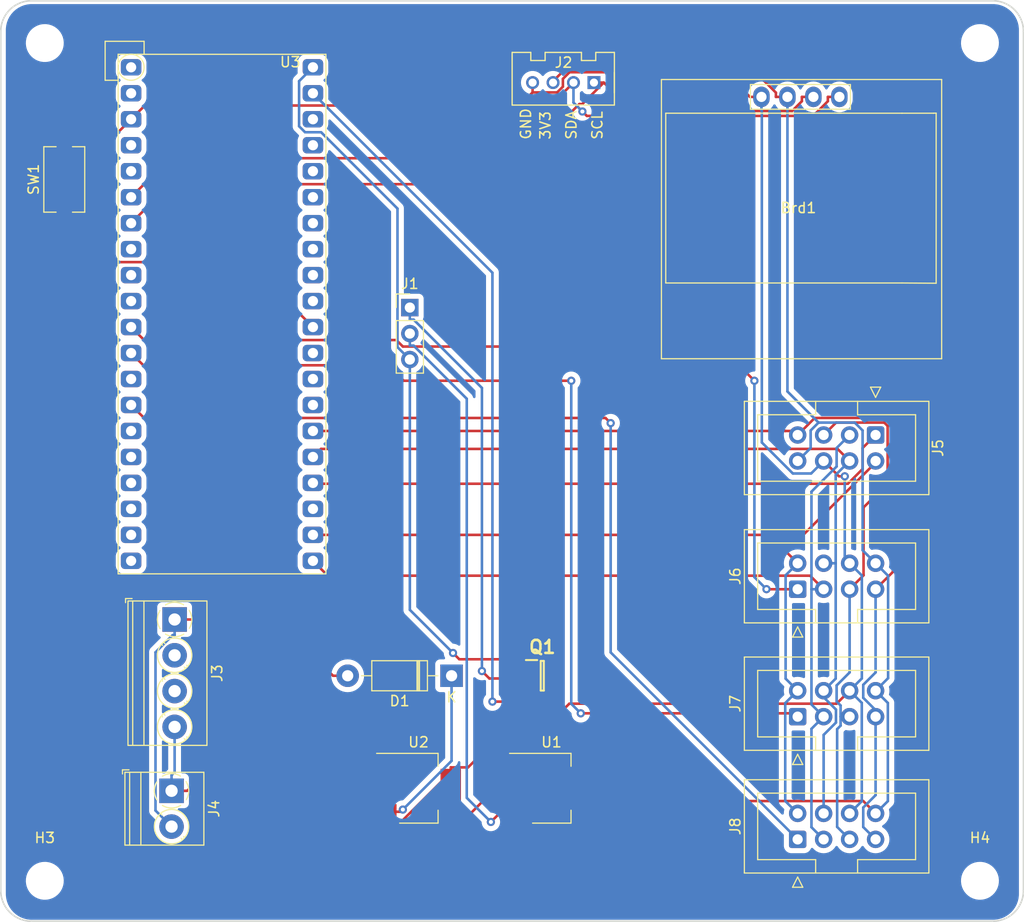
<source format=kicad_pcb>
(kicad_pcb (version 20221018) (generator pcbnew)
  (layers (0 "F.Cu" signal) (31 "B.Cu" signal) (34 "B.Paste" user) (35 "F.Paste" user) (36 "B.SilkS" user "B.Silkscreen") (37 "F.SilkS" user "F.Silkscreen") (38 "B.Mask" user) (39 "F.Mask" user) (44 "Edge.Cuts" user))
  (net 0 "")
  (net 1 "/GND")
  (net 2 "/3V3")
  (net 3 "/SCL")
  (net 4 "/SDA")
  (net 5 "/12V")
  (net 6 "/Pin")
  (net 7 "/5V")
  (net 8 "/5Vopt")
  (net 9 "/VBUS")
  (net 10 "/CS1")
  (net 11 "/SCK")
  (net 12 "/MOSI")
  (net 13 "/MISO")
  (net 14 "/IRQ")
  (net 15 "/RST")
  (net 16 "/CS2")
  (net 17 "/CS3")
  (net 18 "/CS4")
  (net 19 "/VSYS")
  (net 20 "Net-(U3-RUN)")
  (footprint "SSD1306:128x64OLED" (layer "F.Cu") (at 228 80)
    (fp_text reference "Brd1" (at 0 0.254) (layer "F.SilkS"))
    (fp_text value "SSD1306")
    (pad "1" thru_hole oval (at -3.62 -10.6 90) (size 2 1.6) (drill 1) (layers "*.Cu" "*.Mask") (net 1 "/GND"))
    (pad "2" thru_hole oval (at -1.08 -10.6 90) (size 2 1.6) (drill 1) (layers "*.Cu" "*.Mask") (net 2 "/3V3"))
    (pad "3" thru_hole oval (at 1.46 -10.6 90) (size 2 1.6) (drill 1) (layers "*.Cu" "*.Mask") (net 3 "/SCL"))
    (pad "4" thru_hole oval (at 4 -10.6 90) (size 2 1.6) (drill 1) (layers "*.Cu" "*.Mask") (net 4 "/SDA"))
  )
  (footprint "MountingHole:MountingHole_3.2mm_M3" (layer "F.Cu") (at 154.305 64.135)
    (fp_text reference "H1" hide)
    (fp_text value "MountingHole_3.2mm_M3" hide)
    (pad "" np_thru_hole circle (at 0 0) (size 3.2 3.2) (drill 3.2) (layers "*.Cu" "*.Mask"))
  )
  (footprint "MountingHole:MountingHole_3.2mm_M3" (layer "F.Cu") (at 245.745 146.05)
    (fp_text reference "H4" (at 0 -4.2) (layer "F.SilkS"))
    (fp_text value "MountingHole_3.2mm_M3" hide)
    (pad "" np_thru_hole circle (at 0 0) (size 3.2 3.2) (drill 3.2) (layers "*.Cu" "*.Mask"))
  )
  (footprint "Package_TO_SOT_SMD:SOT-223-3_TabPin2" (layer "F.Cu") (at 203.85 137)
    (fp_text reference "U1" (at 0 -4.5) (layer "F.SilkS"))
    (fp_text value "AMS1117-3.3")
    (pad "1" smd rect (at -3.15 -2.3) (size 2 1.5) (layers "F.Cu" "F.Paste" "F.Mask") (net 1 "/GND"))
    (pad "2" smd rect (at -3.15 0) (size 2 1.5) (layers "F.Cu" "F.Paste" "F.Mask") (net 2 "/3V3"))
    (pad "2" smd rect (at 3.15 0) (size 2 3.8) (layers "F.Cu" "F.Paste" "F.Mask") (net 2 "/3V3"))
    (pad "3" smd rect (at -3.15 2.3) (size 2 1.5) (layers "F.Cu" "F.Paste" "F.Mask") (net 8 "/5Vopt"))
  )
  (footprint "TerminalBlock_Phoenix:TerminalBlock_Phoenix_PT-1,5-2-3.5-H_1x02_P3.50mm_Horizontal" (layer "F.Cu") (at 166.7 137.25 -90)
    (fp_text reference "J4" (at 1.75 -4.16 90) (layer "F.SilkS"))
    (fp_text value "Screw_Terminal_01x02")
    (pad "1" thru_hole rect (at 0 0 270) (size 2.4 2.4) (drill 1.2) (layers "*.Cu" "*.Mask") (net 1 "/GND"))
    (pad "2" thru_hole circle (at 3.5 0 270) (size 2.4 2.4) (drill 1.2) (layers "*.Cu" "*.Mask") (net 6 "/Pin"))
  )
  (footprint "Package_TO_SOT_SMD:SOT-223-3_TabPin2" (layer "F.Cu") (at 190.85 137)
    (fp_text reference "U2" (at 0 -4.5) (layer "F.SilkS"))
    (fp_text value "AMS1117-5.0")
    (pad "1" smd rect (at -3.15 -2.3) (size 2 1.5) (layers "F.Cu" "F.Paste" "F.Mask") (net 1 "/GND"))
    (pad "2" smd rect (at -3.15 0) (size 2 1.5) (layers "F.Cu" "F.Paste" "F.Mask") (net 7 "/5V"))
    (pad "2" smd rect (at 3.15 0) (size 2 3.8) (layers "F.Cu" "F.Paste" "F.Mask") (net 7 "/5V"))
    (pad "3" smd rect (at -3.15 2.3) (size 2 1.5) (layers "F.Cu" "F.Paste" "F.Mask") (net 5 "/12V"))
  )
  (footprint "DMG2305UX-7:SOT96P240X110-3N" (layer "F.Cu") (at 202.95 126)
    (fp_text reference "Q1" (at 0 -2.81) (layer "F.SilkS") (effects (font (size 1.27 1.27) (thickness 0.254))))
    (fp_text value "DMG2305UX-7" hide)
    (pad "1" smd rect (at -1.05 -0.96 90) (size 0.65 1.1) (layers "F.Cu" "F.Paste" "F.Mask") (net 9 "/VBUS"))
    (pad "2" smd rect (at -1.05 0.96 90) (size 0.65 1.1) (layers "F.Cu" "F.Paste" "F.Mask") (net 19 "/VSYS"))
    (pad "3" smd rect (at 1.05 0 90) (size 0.65 1.1) (layers "F.Cu" "F.Paste" "F.Mask") (net 7 "/5V"))
  )
  (footprint "PicoNoSwd:RaspberryPico_TH_NoSWD" (layer "F.Cu") (at 162.745 66.505)
    (fp_text reference "U3" (at 15.5575 -0.508 -180) (layer "F.SilkS"))
    (fp_text value "Pico_RaspberryPico")
    (pad "1" thru_hole roundrect (at 0 0) (size 2 1.6) (drill 1) (layers "*.Cu" "*.Mask"))
    (pad "2" thru_hole roundrect (at 0 2.54) (size 2 1.6) (drill 1) (layers "*.Cu" "*.Mask"))
    (pad "3" thru_hole roundrect (at 0 5.08) (size 2 1.6) (drill 1) (layers "*.Cu" "*.Mask") (net 1 "/GND"))
    (pad "4" thru_hole roundrect (at 0 7.62) (size 2 1.6) (drill 1) (layers "*.Cu" "*.Mask"))
    (pad "5" thru_hole roundrect (at 0 10.16) (size 2 1.6) (drill 1) (layers "*.Cu" "*.Mask"))
    (pad "6" thru_hole roundrect (at 0 12.7) (size 2 1.6) (drill 1) (layers "*.Cu" "*.Mask") (net 4 "/SDA"))
    (pad "7" thru_hole roundrect (at 0 15.24) (size 2 1.6) (drill 1) (layers "*.Cu" "*.Mask") (net 3 "/SCL"))
    (pad "8" thru_hole roundrect (at 0 17.78) (size 2 1.6) (drill 1) (layers "*.Cu" "*.Mask"))
    (pad "9" thru_hole roundrect (at 0 20.32) (size 2 1.6) (drill 1) (layers "*.Cu" "*.Mask"))
    (pad "10" thru_hole roundrect (at 0 22.86) (size 2 1.6) (drill 1) (layers "*.Cu" "*.Mask"))
    (pad "11" thru_hole roundrect (at 0 25.4) (size 2 1.6) (drill 1) (layers "*.Cu" "*.Mask") (net 16 "/CS2"))
    (pad "12" thru_hole roundrect (at 0 27.94) (size 2 1.6) (drill 1) (layers "*.Cu" "*.Mask") (net 17 "/CS3"))
    (pad "13" thru_hole roundrect (at 0 30.48) (size 2 1.6) (drill 1) (layers "*.Cu" "*.Mask"))
    (pad "14" thru_hole roundrect (at 0 33.02) (size 2 1.6) (drill 1) (layers "*.Cu" "*.Mask") (net 18 "/CS4"))
    (pad "15" thru_hole roundrect (at 0 35.56) (size 2 1.6) (drill 1) (layers "*.Cu" "*.Mask"))
    (pad "16" thru_hole roundrect (at 0 38.1) (size 2 1.6) (drill 1) (layers "*.Cu" "*.Mask"))
    (pad "17" thru_hole roundrect (at 0 40.64) (size 2 1.6) (drill 1) (layers "*.Cu" "*.Mask"))
    (pad "18" thru_hole roundrect (at 0 43.18) (size 2 1.6) (drill 1) (layers "*.Cu" "*.Mask"))
    (pad "19" thru_hole roundrect (at 0 45.72) (size 2 1.6) (drill 1) (layers "*.Cu" "*.Mask"))
    (pad "20" thru_hole roundrect (at 0 48.26) (size 2 1.6) (drill 1) (layers "*.Cu" "*.Mask"))
    (pad "21" thru_hole roundrect (at 17.78 48.26) (size 2 1.6) (drill 1) (layers "*.Cu" "*.Mask") (net 12 "/MOSI"))
    (pad "22" thru_hole roundrect (at 17.78 45.72) (size 2 1.6) (drill 1) (layers "*.Cu" "*.Mask") (net 11 "/SCK"))
    (pad "23" thru_hole roundrect (at 17.78 43.18) (size 2 1.6) (drill 1) (layers "*.Cu" "*.Mask"))
    (pad "24" thru_hole roundrect (at 17.78 40.64) (size 2 1.6) (drill 1) (layers "*.Cu" "*.Mask") (net 10 "/CS1"))
    (pad "25" thru_hole roundrect (at 17.78 38.1) (size 2 1.6) (drill 1) (layers "*.Cu" "*.Mask") (net 13 "/MISO"))
    (pad "26" thru_hole roundrect (at 17.78 35.56) (size 2 1.6) (drill 1) (layers "*.Cu" "*.Mask") (net 15 "/RST"))
    (pad "27" thru_hole roundrect (at 17.78 33.02) (size 2 1.6) (drill 1) (layers "*.Cu" "*.Mask"))
    (pad "28" thru_hole roundrect (at 17.78 30.48) (size 2 1.6) (drill 1) (layers "*.Cu" "*.Mask"))
    (pad "29" thru_hole roundrect (at 17.78 27.94) (size 2 1.6) (drill 1) (layers "*.Cu" "*.Mask"))
    (pad "30" thru_hole roundrect (at 17.78 25.4) (size 2 1.6) (drill 1) (layers "*.Cu" "*.Mask") (net 20 "Net-(U3-RUN)"))
    (pad "31" thru_hole roundrect (at 17.78 22.86) (size 2 1.6) (drill 1) (layers "*.Cu" "*.Mask"))
    (pad "32" thru_hole roundrect (at 17.78 20.32) (size 2 1.6) (drill 1) (layers "*.Cu" "*.Mask"))
    (pad "33" thru_hole roundrect (at 17.78 17.78) (size 2 1.6) (drill 1) (layers "*.Cu" "*.Mask"))
    (pad "34" thru_hole roundrect (at 17.78 15.24) (size 2 1.6) (drill 1) (layers "*.Cu" "*.Mask"))
    (pad "35" thru_hole roundrect (at 17.78 12.7) (size 2 1.6) (drill 1) (layers "*.Cu" "*.Mask"))
    (pad "36" thru_hole roundrect (at 17.78 10.16) (size 2 1.6) (drill 1) (layers "*.Cu" "*.Mask"))
    (pad "37" thru_hole roundrect (at 17.78 7.62) (size 2 1.6) (drill 1) (layers "*.Cu" "*.Mask"))
    (pad "38" thru_hole roundrect (at 17.78 5.08) (size 2 1.6) (drill 1) (layers "*.Cu" "*.Mask"))
    (pad "39" thru_hole roundrect (at 17.78 2.54) (size 2 1.6) (drill 1) (layers "*.Cu" "*.Mask") (net 19 "/VSYS"))
    (pad "40" thru_hole roundrect (at 17.78 0) (size 2 1.6) (drill 1) (layers "*.Cu" "*.Mask") (net 9 "/VBUS"))
  )
  (footprint "Seed Grove etc:HW4-2.0" (layer "F.Cu") (at 205.0018 68 180)
    (fp_text reference "J2" (at -0.025 1.96) (layer "F.SilkS"))
    (fp_text value "Grove 2mm" hide)
    (pad "1" thru_hole rect (at -2.99974 0 180) (size 1.27 1.27) (drill 0.79756) (layers "*.Cu" "*.Mask") (net 3 "/SCL"))
    (pad "2" thru_hole circle (at -0.99822 0 180) (size 1.27 1.27) (drill 0.79756) (layers "*.Cu" "*.Mask") (net 4 "/SDA"))
    (pad "3" thru_hole circle (at 0.99822 0 180) (size 1.27 1.27) (drill 0.79756) (layers "*.Cu" "*.Mask") (net 2 "/3V3"))
    (pad "4" thru_hole circle (at 2.99974 0 180) (size 1.27 1.27) (drill 0.79756) (layers "*.Cu" "*.Mask") (net 1 "/GND"))
  )
  (footprint "Diode_THT:D_DO-41_SOD81_P10.16mm_Horizontal" (layer "F.Cu") (at 194.08 126 180)
    (fp_text reference "D1" (at 5.08 -2.47) (layer "F.SilkS"))
    (fp_text value "1N5819")
    (fp_text user "K" (at 0 -2.1) (layer "F.SilkS"))
    (pad "1" thru_hole rect (at 0 0 180) (size 2.2 2.2) (drill 1.1) (layers "*.Cu" "*.Mask") (net 5 "/12V"))
    (pad "2" thru_hole oval (at 10.16 0 180) (size 2.2 2.2) (drill 1.1) (layers "*.Cu" "*.Mask") (net 6 "/Pin"))
  )
  (footprint "TerminalBlock_Phoenix:TerminalBlock_Phoenix_PT-1,5-4-3.5-H_1x04_P3.50mm_Horizontal" (layer "F.Cu") (at 167 120.5 -90)
    (fp_text reference "J3" (at 5.25 -4.16 90) (layer "F.SilkS"))
    (fp_text value "Screw_Terminal_01x04")
    (pad "1" thru_hole rect (at 0 0 270) (size 2.4 2.4) (drill 1.2) (layers "*.Cu" "*.Mask") (net 6 "/Pin"))
    (pad "2" thru_hole circle (at 3.5 0 270) (size 2.4 2.4) (drill 1.2) (layers "*.Cu" "*.Mask"))
    (pad "3" thru_hole circle (at 7 0 270) (size 2.4 2.4) (drill 1.2) (layers "*.Cu" "*.Mask"))
    (pad "4" thru_hole circle (at 10.5 0 270) (size 2.4 2.4) (drill 1.2) (layers "*.Cu" "*.Mask") (net 1 "/GND"))
  )
  (footprint "Connector_IDC:IDC-Header_2x04_P2.54mm_Vertical" (layer "F.Cu") (at 235.54 102.46 -90)
    (fp_text reference "J5" (at 1.27 -6.1 90) (layer "F.SilkS"))
    (fp_text value "IDC1")
    (pad "1" thru_hole roundrect (at 0 0 270) (size 1.7 1.7) (drill 1) (layers "*.Cu" "*.Mask") (roundrect_rratio 0.147059) (net 10 "/CS1"))
    (pad "2" thru_hole circle (at 2.54 0 270) (size 1.7 1.7) (drill 1) (layers "*.Cu" "*.Mask") (net 11 "/SCK"))
    (pad "3" thru_hole circle (at 0 2.54 270) (size 1.7 1.7) (drill 1) (layers "*.Cu" "*.Mask") (net 12 "/MOSI"))
    (pad "4" thru_hole circle (at 2.54 2.54 270) (size 1.7 1.7) (drill 1) (layers "*.Cu" "*.Mask") (net 13 "/MISO"))
    (pad "5" thru_hole circle (at 0 5.08 270) (size 1.7 1.7) (drill 1) (layers "*.Cu" "*.Mask") (net 14 "/IRQ"))
    (pad "6" thru_hole circle (at 2.54 5.08 270) (size 1.7 1.7) (drill 1) (layers "*.Cu" "*.Mask") (net 1 "/GND"))
    (pad "7" thru_hole circle (at 0 7.62 270) (size 1.7 1.7) (drill 1) (layers "*.Cu" "*.Mask") (net 15 "/RST"))
    (pad "8" thru_hole circle (at 2.54 7.62 270) (size 1.7 1.7) (drill 1) (layers "*.Cu" "*.Mask") (net 2 "/3V3"))
  )
  (footprint "Connector_IDC:IDC-Header_2x04_P2.54mm_Vertical" (layer "F.Cu") (at 227.92 117.54 90)
    (fp_text reference "J6" (at 1.27 -6.1 90) (layer "F.SilkS"))
    (fp_text value "IDC1")
    (pad "1" thru_hole roundrect (at 0 0 90) (size 1.7 1.7) (drill 1) (layers "*.Cu" "*.Mask") (roundrect_rratio 0.147059) (net 16 "/CS2"))
    (pad "2" thru_hole circle (at 2.54 0 90) (size 1.7 1.7) (drill 1) (layers "*.Cu" "*.Mask") (net 11 "/SCK"))
    (pad "3" thru_hole circle (at 0 2.54 90) (size 1.7 1.7) (drill 1) (layers "*.Cu" "*.Mask") (net 12 "/MOSI"))
    (pad "4" thru_hole circle (at 2.54 2.54 90) (size 1.7 1.7) (drill 1) (layers "*.Cu" "*.Mask") (net 13 "/MISO"))
    (pad "5" thru_hole circle (at 0 5.08 90) (size 1.7 1.7) (drill 1) (layers "*.Cu" "*.Mask") (net 14 "/IRQ"))
    (pad "6" thru_hole circle (at 2.54 5.08 90) (size 1.7 1.7) (drill 1) (layers "*.Cu" "*.Mask") (net 1 "/GND"))
    (pad "7" thru_hole circle (at 0 7.62 90) (size 1.7 1.7) (drill 1) (layers "*.Cu" "*.Mask") (net 15 "/RST"))
    (pad "8" thru_hole circle (at 2.54 7.62 90) (size 1.7 1.7) (drill 1) (layers "*.Cu" "*.Mask") (net 2 "/3V3"))
  )
  (footprint "MountingHole:MountingHole_3.2mm_M3" (layer "F.Cu") (at 245.745 64.135)
    (fp_text reference "H2" hide)
    (fp_text value "MountingHole_3.2mm_M3" hide)
    (pad "" np_thru_hole circle (at 0 0) (size 3.2 3.2) (drill 3.2) (layers "*.Cu" "*.Mask"))
  )
  (footprint "MountingHole:MountingHole_3.2mm_M3" (layer "F.Cu") (at 154.305 146.05)
    (fp_text reference "H3" (at 0 -4.2) (layer "F.SilkS"))
    (fp_text value "MountingHole_3.2mm_M3" hide)
    (pad "" np_thru_hole circle (at 0 0) (size 3.2 3.2) (drill 3.2) (layers "*.Cu" "*.Mask"))
  )
  (footprint "Connector_IDC:IDC-Header_2x04_P2.54mm_Vertical" (layer "F.Cu") (at 227.92 130 90)
    (fp_text reference "J7" (at 1.27 -6.1 90) (layer "F.SilkS"))
    (fp_text value "IDC1")
    (pad "1" thru_hole roundrect (at 0 0 90) (size 1.7 1.7) (drill 1) (layers "*.Cu" "*.Mask") (roundrect_rratio 0.147059) (net 17 "/CS3"))
    (pad "2" thru_hole circle (at 2.54 0 90) (size 1.7 1.7) (drill 1) (layers "*.Cu" "*.Mask") (net 11 "/SCK"))
    (pad "3" thru_hole circle (at 0 2.54 90) (size 1.7 1.7) (drill 1) (layers "*.Cu" "*.Mask") (net 12 "/MOSI"))
    (pad "4" thru_hole circle (at 2.54 2.54 90) (size 1.7 1.7) (drill 1) (layers "*.Cu" "*.Mask") (net 13 "/MISO"))
    (pad "5" thru_hole circle (at 0 5.08 90) (size 1.7 1.7) (drill 1) (layers "*.Cu" "*.Mask") (net 14 "/IRQ"))
    (pad "6" thru_hole circle (at 2.54 5.08 90) (size 1.7 1.7) (drill 1) (layers "*.Cu" "*.Mask") (net 1 "/GND"))
    (pad "7" thru_hole circle (at 0 7.62 90) (size 1.7 1.7) (drill 1) (layers "*.Cu" "*.Mask") (net 15 "/RST"))
    (pad "8" thru_hole circle (at 2.54 7.62 90) (size 1.7 1.7) (drill 1) (layers "*.Cu" "*.Mask") (net 2 "/3V3"))
  )
  (footprint "Button_Switch_SMD:SW_Tactile_SPST_NO_Straight_CK_PTS636Sx25SMTRLFS" (layer "F.Cu") (at 156.21 77.47 90)
    (fp_text reference "SW1" (at 0 -3 90 unlocked) (layer "F.SilkS"))
    (fp_text value "SW_Push")
    (pad "1" smd rect (at -3.875 0 90) (size 1.25 1) (layers "F.Cu" "F.Paste" "F.Mask") (net 1 "/GND"))
    (pad "2" smd rect (at 3.875 0 90) (size 1.25 1) (layers "F.Cu" "F.Paste" "F.Mask") (net 20 "Net-(U3-RUN)"))
  )
  (footprint "Connector_PinHeader_2.54mm:PinHeader_1x03_P2.54mm_Vertical" (layer "F.Cu") (at 190 90)
    (fp_text reference "J1" (at 0 -2.33) (layer "F.SilkS"))
    (fp_text value "5V sel")
    (pad "1" thru_hole rect (at 0 0) (size 1.7 1.7) (drill 1) (layers "*.Cu" "*.Mask") (net 7 "/5V"))
    (pad "2" thru_hole oval (at 0 2.54) (size 1.7 1.7) (drill 1) (layers "*.Cu" "*.Mask") (net 8 "/5Vopt"))
    (pad "3" thru_hole oval (at 0 5.08) (size 1.7 1.7) (drill 1) (layers "*.Cu" "*.Mask") (net 9 "/VBUS"))
  )
  (footprint "Connector_IDC:IDC-Header_2x04_P2.54mm_Vertical" (layer "F.Cu") (at 227.92 142 90)
    (fp_text reference "J8" (at 1.27 -6.1 90) (layer "F.SilkS"))
    (fp_text value "IDC1")
    (pad "1" thru_hole roundrect (at 0 0 90) (size 1.7 1.7) (drill 1) (layers "*.Cu" "*.Mask") (roundrect_rratio 0.147059) (net 18 "/CS4"))
    (pad "2" thru_hole circle (at 2.54 0 90) (size 1.7 1.7) (drill 1) (layers "*.Cu" "*.Mask") (net 11 "/SCK"))
    (pad "3" thru_hole circle (at 0 2.54 90) (size 1.7 1.7) (drill 1) (layers "*.Cu" "*.Mask") (net 12 "/MOSI"))
    (pad "4" thru_hole circle (at 2.54 2.54 90) (size 1.7 1.7) (drill 1) (layers "*.Cu" "*.Mask") (net 13 "/MISO"))
    (pad "5" thru_hole circle (at 0 5.08 90) (size 1.7 1.7) (drill 1) (layers "*.Cu" "*.Mask") (net 14 "/IRQ"))
    (pad "6" thru_hole circle (at 2.54 5.08 90) (size 1.7 1.7) (drill 1) (layers "*.Cu" "*.Mask") (net 1 "/GND"))
    (pad "7" thru_hole circle (at 0 7.62 90) (size 1.7 1.7) (drill 1) (layers "*.Cu" "*.Mask") (net 15 "/RST"))
    (pad "8" thru_hole circle (at 2.54 7.62 90) (size 1.7 1.7) (drill 1) (layers "*.Cu" "*.Mask") (net 2 "/3V3"))
  )
  (gr_line (start 250 63) (end 250 147) (stroke (width 0.15)) (layer "Edge.Cuts"))
  (gr_arc (start 153 150) (mid 150.87868 149.12132) (end 150 147) (stroke (width 0.15)) (layer "Edge.Cuts"))
  (gr_arc (start 250 147) (mid 249.12132 149.12132) (end 247 150) (stroke (width 0.15)) (layer "Edge.Cuts"))
  (gr_arc (start 150 63) (mid 150.87868 60.87868) (end 153 60) (stroke (width 0.15)) (layer "Edge.Cuts"))
  (gr_line (start 247 60) (end 153 60) (stroke (width 0.15)) (layer "Edge.Cuts"))
  (gr_arc (start 247 60) (mid 249.12132 60.87868) (end 250 63) (stroke (width 0.15)) (layer "Edge.Cuts"))
  (gr_line (start 150 63) (end 150 147) (stroke (width 0.15)) (layer "Edge.Cuts"))
  (gr_line (start 247 150) (end 153 150) (stroke (width 0.15)) (layer "Edge.Cuts"))
  (gr_text "SCL" (at 208.915 73.66 90) (layer "F.SilkS") (effects (font (size 1 1)) (justify left bottom)))
  (gr_text "SDA" (at 206.375 73.66 90) (layer "F.SilkS") (effects (font (size 1 1)) (justify left bottom)))
  (gr_text "3V3" (at 203.835 73.66 90) (layer "F.SilkS") (effects (font (size 1 1)) (justify left bottom)))
  (gr_text "GND" (at 201.93 73.66 90) (layer "F.SilkS") (effects (font (size 1 1)) (justify left bottom)))
  (segment (start 205.6157 66.9859) (end 220.839 66.9859) (width 0.25) (layer "F.Cu") (net 1))
  (segment (start 185.8447 134.7) (end 176.9058 134.7) (width 0.25) (layer "F.Cu") (net 1))
  (segment (start 156.21 78.12) (end 162.745 71.585) (width 0.25) (layer "F.Cu") (net 1))
  (segment (start 204.4021 68.9619) (end 204.9655 68.3985) (width 0.25) (layer "F.Cu") (net 1))
  (segment (start 230.46 105) (end 231.958 106.498) (width 0.25) (layer "F.Cu") (net 1))
  (segment (start 185.9027 140.3561) (end 186.3755 140.8289) (width 0.25) (layer "F.Cu") (net 1))
  (segment (start 200.7207 70.2433) (end 202.0021 68.9619) (width 0.25) (layer "F.Cu") (net 1))
  (segment (start 185.9027 134.7) (end 185.8447 134.7) (width 0.25) (layer "F.Cu") (net 1))
  (segment (start 176.9058 134.7) (end 170.8286 134.7) (width 0.25) (layer "F.Cu") (net 1))
  (segment (start 231.73 128.73) (end 233 127.46) (width 0.25) (layer "F.Cu") (net 1))
  (segment (start 164.0867 70.2433) (end 200.7207 70.2433) (width 0.25) (layer "F.Cu") (net 1))
  (segment (start 170.7769 134.7) (end 168.2269 137.25) (width 0.25) (layer "F.Cu") (net 1))
  (segment (start 205.5931 128.73) (end 231.73 128.73) (width 0.25) (layer "F.Cu") (net 1))
  (segment (start 220.839 66.9859) (end 223.2531 69.4) (width 0.25) (layer "F.Cu") (net 1))
  (segment (start 187.7 134.7) (end 185.9027 134.7) (width 0.25) (layer "F.Cu") (net 1))
  (segment (start 202.0021 68.9619) (end 204.4021 68.9619) (width 0.25) (layer "F.Cu") (net 1))
  (segment (start 170.8286 134.7) (end 170.7769 134.7) (width 0.25) (layer "F.Cu") (net 1))
  (segment (start 185.9027 134.7) (end 185.9027 140.3561) (width 0.25) (layer "F.Cu") (net 1))
  (segment (start 231.958 106.498) (end 232.5257 106.498) (width 0.25) (layer "F.Cu") (net 1))
  (segment (start 200.7 133.6231) (end 205.5931 128.73) (width 0.25) (layer "F.Cu") (net 1))
  (segment (start 200.7 134.7) (end 200.7 133.6231) (width 0.25) (layer "F.Cu") (net 1))
  (segment (start 186.3755 140.8289) (end 194.5711 140.8289) (width 0.25) (layer "F.Cu") (net 1))
  (segment (start 202.0021 68) (end 202.0021 68.9619) (width 0.25) (layer "F.Cu") (net 1))
  (segment (start 224.38 69.4) (end 223.2531 69.4) (width 0.25) (layer "F.Cu") (net 1))
  (segment (start 204.9655 68.3985) (end 204.9655 67.6361) (width 0.25) (layer "F.Cu") (net 1))
  (segment (start 194.5711 140.8289) (end 200.7 134.7) (width 0.25) (layer "F.Cu") (net 1))
  (segment (start 232.5257 106.498) (end 232.5269 106.4992) (width 0.25) (layer "F.Cu") (net 1))
  (segment (start 156.21 81.345) (end 156.21 78.12) (width 0.25) (layer "F.Cu") (net 1))
  (segment (start 166.7 137.25) (end 168.1135 137.25) (width 0.25) (layer "F.Cu") (net 1))
  (segment (start 204.9655 67.6361) (end 205.6157 66.9859) (width 0.25) (layer "F.Cu") (net 1))
  (segment (start 162.745 71.585) (end 164.0867 70.2433) (width 0.25) (layer "F.Cu") (net 1))
  (segment (start 168.1135 137.25) (end 168.2269 137.25) (width 0.25) (layer "F.Cu") (net 1))
  (via (at 232.5269 106.4992) (size 0.8) (drill 0.4) (layers "F.Cu" "B.Cu") (net 1))
  (segment (start 230.46 105) (end 229.239 106.221) (width 0.25) (layer "B.Cu") (net 1))
  (segment (start 234.1906 128.6528) (end 234.1906 138.2694) (width 0.25) (layer "B.Cu") (net 1))
  (segment (start 224.38 69.4) (end 224.38 70.7269) (width 0.25) (layer "B.Cu") (net 1))
  (segment (start 227.4491 106.221) (end 224.4165 103.1884) (width 0.25) (layer "B.Cu") (net 1))
  (segment (start 232.5257 106.498) (end 232.5269 106.4992) (width 0.25) (layer "B.Cu") (net 1))
  (segment (start 234.1906 138.2694) (end 233 139.46) (width 0.25) (layer "B.Cu") (net 1))
  (segment (start 167 135.4231) (end 167 131) (width 0.25) (layer "B.Cu") (net 1))
  (segment (start 232.5257 106.498) (end 232.5257 114.5257) (width 0.25) (layer "B.Cu") (net 1))
  (segment (start 224.4165 70.7634) (end 224.38 70.7269) (width 0.25) (layer "B.Cu") (net 1))
  (segment (start 166.7 135.7231) (end 167 135.4231) (width 0.25) (layer "B.Cu") (net 1))
  (segment (start 234.1958 116.1958) (end 233 115) (width 0.25) (layer "B.Cu") (net 1))
  (segment (start 166.7 137.25) (end 166.7 135.7231) (width 0.25) (layer "B.Cu") (net 1))
  (segment (start 233 127.4622) (end 234.1906 128.6528) (width 0.25) (layer "B.Cu") (net 1))
  (segment (start 229.239 106.221) (end 227.4491 106.221) (width 0.25) (layer "B.Cu") (net 1))
  (segment (start 233 127.46) (end 233 127.4622) (width 0.25) (layer "B.Cu") (net 1))
  (segment (start 224.4165 103.1884) (end 224.4165 70.7634) (width 0.25) (layer "B.Cu") (net 1))
  (segment (start 232.5257 114.5257) (end 233 115) (width 0.25) (layer "B.Cu") (net 1))
  (segment (start 234.1958 126.2642) (end 234.1958 116.1958) (width 0.25) (layer "B.Cu") (net 1))
  (segment (start 233 127.46) (end 234.1958 126.2642) (width 0.25) (layer "B.Cu") (net 1))
  (segment (start 234.3326 138.2526) (end 209.3012 138.2526) (width 0.25) (layer "F.Cu") (net 2))
  (segment (start 223.344 66.534) (end 205.3372 66.534) (width 0.25) (layer "F.Cu") (net 2))
  (segment (start 225.7931 68.9831) (end 223.344 66.534) (width 0.25) (layer "F.Cu") (net 2))
  (segment (start 207 137) (end 207 134.7731) (width 0.25) (layer "F.Cu") (net 2))
  (segment (start 204.0036 67.8676) (end 204.0036 68) (width 0.25) (layer "F.Cu") (net 2))
  (segment (start 226.92 69.4) (end 225.7931 69.4) (width 0.25) (layer "F.Cu") (net 2))
  (segment (start 202.9269 134.7731) (end 207 134.7731) (width 0.25) (layer "F.Cu") (net 2))
  (segment (start 235.54 139.46) (end 234.3326 138.2526) (width 0.25) (layer "F.Cu") (net 2))
  (segment (start 201.7769 135.9231) (end 202.9269 134.7731) (width 0.25) (layer "F.Cu") (net 2))
  (segment (start 208.3269 139.2269) (end 207 139.2269) (width 0.25) (layer "F.Cu") (net 2))
  (segment (start 205.3372 66.534) (end 204.0036 67.8676) (width 0.25) (layer "F.Cu") (net 2))
  (segment (start 225.7931 69.4) (end 225.7931 68.9831) (width 0.25) (layer "F.Cu") (net 2))
  (segment (start 200.7 135.9231) (end 201.7769 135.9231) (width 0.25) (layer "F.Cu") (net 2))
  (segment (start 207 137) (end 207 139.2269) (width 0.25) (layer "F.Cu") (net 2))
  (segment (start 200.7 137) (end 200.7 135.9231) (width 0.25) (layer "F.Cu") (net 2))
  (segment (start 209.3012 138.2526) (end 208.3269 139.2269) (width 0.25) (layer "F.Cu") (net 2))
  (segment (start 235.54 139.46) (end 236.7399 138.2601) (width 0.25) (layer "B.Cu") (net 2))
  (segment (start 236.7399 138.2601) (end 236.7399 128.6599) (width 0.25) (layer "B.Cu") (net 2))
  (segment (start 234.7219 114.1819) (end 234.7219 114.1797) (width 0.25) (layer "B.Cu") (net 2))
  (segment (start 234.2715 105.7802) (end 234.27 105.7787) (width 0.25) (layer "B.Cu") (net 2))
  (segment (start 234.27 102.0152) (end 233.4995 101.2447) (width 0.25) (layer "B.Cu") (net 2))
  (segment (start 234.7219 114.1797) (end 234.2715 113.7293) (width 0.25) (layer "B.Cu") (net 2))
  (segment (start 229.1902 102.0171) (end 229.1902 103.7298) (width 0.25) (layer "B.Cu") (net 2))
  (segment (start 236.7646 126.2354) (end 235.54 127.46) (width 0.25) (layer "B.Cu") (net 2))
  (segment (start 233.4995 101.2447) (end 229.9626 101.2447) (width 0.25) (layer "B.Cu") (net 2))
  (segment (start 229.9626 101.2447) (end 229.1902 102.0171) (width 0.25) (layer "B.Cu") (net 2))
  (segment (start 234.2715 113.7293) (end 234.2715 105.7802) (width 0.25) (layer "B.Cu") (net 2))
  (segment (start 226.92 98.2021) (end 229.9626 101.2447) (width 0.25) (layer "B.Cu") (net 2))
  (segment (start 236.7646 116.2246) (end 236.7646 126.2354) (width 0.25) (layer "B.Cu") (net 2))
  (segment (start 234.27 105.7787) (end 234.27 102.0152) (width 0.25) (layer "B.Cu") (net 2))
  (segment (start 235.54 115) (end 236.7646 116.2246) (width 0.25) (layer "B.Cu") (net 2))
  (segment (start 236.7399 128.6599) (end 235.54 127.46) (width 0.25) (layer "B.Cu") (net 2))
  (segment (start 235.54 115) (end 234.7219 114.1819) (width 0.25) (layer "B.Cu") (net 2))
  (segment (start 229.1902 103.7298) (end 227.92 105) (width 0.25) (layer "B.Cu") (net 2))
  (segment (start 226.92 69.4) (end 226.92 98.2021) (width 0.25) (layer "B.Cu") (net 2))
  (segment (start 228.3331 69.4) (end 228.3331 69.8226) (width 0.25) (layer "F.Cu") (net 3))
  (segment (start 208.9634 68) (end 206.8634 70.1) (width 0.25) (layer "F.Cu") (net 3))
  (segment (start 227.3873 70.7684) (end 211.7318 70.7684) (width 0.25) (layer "F.Cu") (net 3))
  (segment (start 198.7354 77.935) (end 166.555 77.935) (width 0.25) (layer "F.Cu") (net 3))
  (segment (start 229.46 69.4) (end 228.3331 69.4) (width 0.25) (layer "F.Cu") (net 3))
  (segment (start 206.8634 70.1) (end 206.5704 70.1) (width 0.25) (layer "F.Cu") (net 3))
  (segment (start 228.3331 69.8226) (end 227.3873 70.7684) (width 0.25) (layer "F.Cu") (net 3))
  (segment (start 208.0015 68) (end 208.9634 68) (width 0.25) (layer "F.Cu") (net 3))
  (segment (start 211.7318 70.7684) (end 208.9634 68) (width 0.25) (layer "F.Cu") (net 3))
  (segment (start 206.5704 70.1) (end 198.7354 77.935) (width 0.25) (layer "F.Cu") (net 3))
  (segment (start 166.555 77.935) (end 162.745 81.745) (width 0.25) (layer "F.Cu") (net 3))
  (segment (start 232 69.4) (end 230.8731 69.4) (width 0.25) (layer "F.Cu") (net 4))
  (segment (start 207.3024 71.2579) (end 206.8714 70.8269) (width 0.25) (layer "F.Cu") (net 4))
  (segment (start 230.8731 69.8226) (end 229.4378 71.2579) (width 0.25) (layer "F.Cu") (net 4))
  (segment (start 206 68.0031) (end 198.9277 75.0754) (width 0.25) (layer "F.Cu") (net 4))
  (segment (start 198.0241 75.3935) (end 185.2823 75.3935) (width 0.25) (layer "F.Cu") (net 4))
  (segment (start 198.9277 75.0754) (end 198.7954 74.9431) (width 0.25) (layer "F.Cu") (net 4))
  (segment (start 185.2808 75.395) (end 166.555 75.395) (width 0.25) (layer "F.Cu") (net 4))
  (segment (start 198.0241 75.3399) (end 198.0241 75.3935) (width 0.25) (layer "F.Cu") (net 4))
  (segment (start 230.8731 69.4) (end 230.8731 69.8226) (width 0.25) (layer "F.Cu") (net 4))
  (segment (start 198.7954 74.9431) (end 198.4209 74.9431) (width 0.25) (layer "F.Cu") (net 4))
  (segment (start 206 68) (end 206 68.0031) (width 0.25) (layer "F.Cu") (net 4))
  (segment (start 185.2823 75.3935) (end 185.2808 75.395) (width 0.25) (layer "F.Cu") (net 4))
  (segment (start 229.4378 71.2579) (end 207.3024 71.2579) (width 0.25) (layer "F.Cu") (net 4))
  (segment (start 166.555 75.395) (end 162.745 79.205) (width 0.25) (layer "F.Cu") (net 4))
  (segment (start 198.4209 74.9431) (end 198.0241 75.3399) (width 0.25) (layer "F.Cu") (net 4))
  (via (at 206.8714 70.8269) (size 0.8) (drill 0.4) (layers "F.Cu" "B.Cu") (net 4))
  (segment (start 206.8714 70.8269) (end 206 69.9555) (width 0.25) (layer "B.Cu") (net 4))
  (segment (start 206 69.9555) (end 206 68) (width 0.25) (layer "B.Cu") (net 4))
  (segment (start 187.7 139.3) (end 189.0269 139.3) (width 0.25) (layer "F.Cu") (net 5))
  (segment (start 189.3154 139.0865) (end 189.2404 139.0865) (width 0.25) (layer "F.Cu") (net 5))
  (segment (start 189.2404 139.0865) (end 189.0269 139.3) (width 0.25) (layer "F.Cu") (net 5))
  (via (at 189.3154 139.0865) (size 0.8) (drill 0.4) (layers "F.Cu" "B.Cu") (net 5))
  (segment (start 194.08 126) (end 194.08 134.3219) (width 0.25) (layer "B.Cu") (net 5))
  (segment (start 194.08 134.3219) (end 189.3154 139.0865) (width 0.25) (layer "B.Cu") (net 5))
  (segment (start 176.9931 120.5) (end 182.4931 126) (width 0.25) (layer "F.Cu") (net 6))
  (segment (start 183.92 126) (end 182.4931 126) (width 0.25) (layer "F.Cu") (net 6))
  (segment (start 167 120.5) (end 176.9931 120.5) (width 0.25) (layer "F.Cu") (net 6))
  (segment (start 166.8091 122.0269) (end 167 122.0269) (width 0.25) (layer "B.Cu") (net 6))
  (segment (start 165.1301 139.1801) (end 165.1301 123.7059) (width 0.25) (layer "B.Cu") (net 6))
  (segment (start 165.1301 123.7059) (end 166.8091 122.0269) (width 0.25) (layer "B.Cu") (net 6))
  (segment (start 166.7 140.75) (end 165.1301 139.1801) (width 0.25) (layer "B.Cu") (net 6))
  (segment (start 167 120.5) (end 167 122.0269) (width 0.25) (layer "B.Cu") (net 6))
  (segment (start 197.7741 126.2674) (end 197.0478 125.5411) (width 0.25) (layer "F.Cu") (net 7))
  (segment (start 194 134.9603) (end 194 135.4299) (width 0.25) (layer "F.Cu") (net 7))
  (segment (start 194 137) (end 194 135.85) (width 0.25) (layer "F.Cu") (net 7))
  (segment (start 195.6916 134.9603) (end 204 126.6519) (width 0.25) (layer "F.Cu") (net 7))
  (segment (start 204 126) (end 204 126.2674) (width 0.25) (layer "F.Cu") (net 7))
  (segment (start 204 126.2674) (end 197.7741 126.2674) (width 0.25) (layer "F.Cu") (net 7))
  (segment (start 189.053 140.3769) (end 186.5645 140.3769) (width 0.25) (layer "F.Cu") (net 7))
  (segment (start 186.373 140.1854) (end 186.373 138.327) (width 0.25) (layer "F.Cu") (net 7))
  (segment (start 186.5645 140.3769) (end 186.373 140.1854) (width 0.25) (layer "F.Cu") (net 7))
  (segment (start 194 134.9603) (end 195.6916 134.9603) (width 0.25) (layer "F.Cu") (net 7))
  (segment (start 194 135.4299) (end 189.053 140.3769) (width 0.25) (layer "F.Cu") (net 7))
  (segment (start 186.6231 138.0769) (end 187.7 138.0769) (width 0.25) (layer "F.Cu") (net 7))
  (segment (start 186.373 138.327) (end 186.6231 138.0769) (width 0.25) (layer "F.Cu") (net 7))
  (segment (start 194 135.85) (end 194 134.9603) (width 0.25) (layer "F.Cu") (net 7))
  (segment (start 204 126.2674) (end 204 126.6519) (width 0.25) (layer "F.Cu") (net 7))
  (segment (start 187.7 137) (end 187.7 138.0769) (width 0.25) (layer "F.Cu") (net 7))
  (via (at 197.0478 125.5411) (size 0.8) (drill 0.4) (layers "F.Cu" "B.Cu") (net 7))
  (segment (start 197.0478 97.8569) (end 190.3678 91.1769) (width 0.25) (layer "B.Cu") (net 7))
  (segment (start 190 90) (end 190 91.1769) (width 0.25) (layer "B.Cu") (net 7))
  (segment (start 197.0478 125.5411) (end 197.0478 97.8569) (width 0.25) (layer "B.Cu") (net 7))
  (segment (start 190.3678 91.1769) (end 190 91.1769) (width 0.25) (layer "B.Cu") (net 7))
  (segment (start 200.7 139.3) (end 198.9189 139.3) (width 0.25) (layer "F.Cu") (net 8))
  (segment (start 198.9189 139.3) (end 197.9234 140.2955) (width 0.25) (layer "F.Cu") (net 8))
  (via (at 197.9234 140.2955) (size 0.8) (drill 0.4) (layers "F.Cu" "B.Cu") (net 8))
  (segment (start 195.5655 137.9376) (end 197.9234 140.2955) (width 0.25) (layer "B.Cu") (net 8))
  (segment (start 190.3658 93.7169) (end 195.5655 98.9166) (width 0.25) (layer "B.Cu") (net 8))
  (segment (start 195.5655 98.9166) (end 195.5655 137.9376) (width 0.25) (layer "B.Cu") (net 8))
  (segment (start 190 93.7169) (end 190.3658 93.7169) (width 0.25) (layer "B.Cu") (net 8))
  (segment (start 190 92.54) (end 190 93.7169) (width 0.25) (layer "B.Cu") (net 8))
  (segment (start 201.9 125.04) (end 201.9 124.3881) (width 0.25) (layer "F.Cu") (net 9))
  (segment (start 194.8343 124.3881) (end 194.2199 123.7737) (width 0.25) (layer "F.Cu") (net 9))
  (segment (start 201.9 124.3881) (end 194.8343 124.3881) (width 0.25) (layer "F.Cu") (net 9))
  (via (at 194.2199 123.7737) (size 0.8) (drill 0.4) (layers "F.Cu" "B.Cu") (net 9))
  (segment (start 179.17 67.86) (end 179.17 72.2704) (width 0.25) (layer "B.Cu") (net 9))
  (segment (start 180.525 66.505) (end 179.17 67.86) (width 0.25) (layer "B.Cu") (net 9))
  (segment (start 179.17 72.2704) (end 179.7546 72.855) (width 0.25) (layer "B.Cu") (net 9))
  (segment (start 181.3259 72.855) (end 188.7909 80.32) (width 0.25) (layer "B.Cu") (net 9))
  (segment (start 188.7909 80.32) (end 188.7909 93.8709) (width 0.25) (layer "B.Cu") (net 9))
  (segment (start 179.7546 72.855) (end 181.3259 72.855) (width 0.25) (layer "B.Cu") (net 9))
  (segment (start 188.7909 93.8709) (end 190 95.08) (width 0.25) (layer "B.Cu") (net 9))
  (segment (start 194.2199 123.7737) (end 190 119.5538) (width 0.25) (layer "B.Cu") (net 9))
  (segment (start 190 119.5538) (end 190 95.08) (width 0.25) (layer "B.Cu") (net 9))
  (segment (start 180.6061 107.2261) (end 232.828 107.2261) (width 0.25) (layer "F.Cu") (net 10))
  (segment (start 232.828 107.2261) (end 234.27 105.7841) (width 0.25) (layer "F.Cu") (net 10))
  (segment (start 234.27 103.73) (end 235.54 102.46) (width 0.25) (layer "F.Cu") (net 10))
  (segment (start 180.525 107.145) (end 180.6061 107.2261) (width 0.25) (layer "F.Cu") (net 10))
  (segment (start 234.27 105.7841) (end 234.27 103.73) (width 0.25) (layer "F.Cu") (net 10))
  (segment (start 226.9366 113.7566) (end 226.9366 114.0166) (width 0.25) (layer "F.Cu") (net 11))
  (segment (start 235.54 105.1532) (end 235.54 105) (width 0.25) (layer "F.Cu") (net 11))
  (segment (start 226.9366 114.0166) (end 227.92 115) (width 0.25) (layer "F.Cu") (net 11))
  (segment (start 226.9366 113.7566) (end 235.54 105.1532) (width 0.25) (layer "F.Cu") (net 11))
  (segment (start 225.405 112.225) (end 226.9366 113.7566) (width 0.25) (layer "F.Cu") (net 11))
  (segment (start 180.525 112.225) (end 225.405 112.225) (width 0.25) (layer "F.Cu") (net 11))
  (segment (start 227.92 127.46) (end 226.7421 126.2821) (width 0.25) (layer "B.Cu") (net 11))
  (segment (start 226.7421 116.1779) (end 227.92 115) (width 0.25) (layer "B.Cu") (net 11))
  (segment (start 227.92 139.46) (end 226.7048 138.2448) (width 0.25) (layer "B.Cu") (net 11))
  (segment (start 226.7421 126.2821) (end 226.7421 116.1779) (width 0.25) (layer "B.Cu") (net 11))
  (segment (start 226.7048 138.2448) (end 226.7048 128.6752) (width 0.25) (layer "B.Cu") (net 11))
  (segment (start 226.7048 128.6752) (end 227.92 127.46) (width 0.25) (layer "B.Cu") (net 11))
  (segment (start 229.1366 116.2166) (end 230.46 117.54) (width 0.25) (layer "F.Cu") (net 12))
  (segment (start 181.9766 116.2166) (end 229.1366 116.2166) (width 0.25) (layer "F.Cu") (net 12))
  (segment (start 180.525 114.765) (end 181.9766 116.2166) (width 0.25) (layer "F.Cu") (net 12))
  (segment (start 230.46 117.54) (end 229.2694 117.54) (width 0.25) (layer "B.Cu") (net 12))
  (segment (start 231.73 103.73) (end 233 102.46) (width 0.25) (layer "B.Cu") (net 12))
  (segment (start 231.73 105.5406) (end 231.73 103.73) (width 0.25) (layer "B.Cu") (net 12))
  (segment (start 229.2694 128.8094) (end 229.2694 117.54) (width 0.25) (layer "B.Cu") (net 12))
  (segment (start 229.2703 140.8103) (end 229.2703 131.1897) (width 0.25) (layer "B.Cu") (net 12))
  (segment (start 230.46 142) (end 229.2703 140.8103) (width 0.25) (layer "B.Cu") (net 12))
  (segment (start 229.2703 131.1897) (end 230.46 130) (width 0.25) (layer "B.Cu") (net 12))
  (segment (start 229.2694 108.0012) (end 231.73 105.5406) (width 0.25) (layer "B.Cu") (net 12))
  (segment (start 230.46 130) (end 229.2694 128.8094) (width 0.25) (layer "B.Cu") (net 12))
  (segment (start 229.2694 117.54) (end 229.2694 108.0012) (width 0.25) (layer "B.Cu") (net 12))
  (segment (start 180.525 104.605) (end 181.3094 103.8206) (width 0.25) (layer "F.Cu") (net 13))
  (segment (start 181.3094 103.8206) (end 231.8206 103.8206) (width 0.25) (layer "F.Cu") (net 13))
  (segment (start 231.8206 103.8206) (end 233 105) (width 0.25) (layer "F.Cu") (net 13))
  (segment (start 233 105) (end 232.9979 105) (width 0.25) (layer "B.Cu") (net 13))
  (segment (start 231.6669 129.3038) (end 230.46 128.0969) (width 0.25) (layer "B.Cu") (net 13))
  (segment (start 231.6669 130.5758) (end 231.6669 129.3038) (width 0.25) (layer "B.Cu") (net 13))
  (segment (start 230.46 139.46) (end 230.46 131.7827) (width 0.25) (layer "B.Cu") (net 13))
  (segment (start 230.46 115) (end 231.4999 115) (width 0.25) (layer "B.Cu") (net 13))
  (segment (start 231.6397 126.2803) (end 231.6397 115) (width 0.25) (layer "B.Cu") (net 13))
  (segment (start 230.46 127.46) (end 231.6397 126.2803) (width 0.25) (layer "B.Cu") (net 13))
  (segment (start 231.6397 115) (end 231.4999 115) (width 0.25) (layer "B.Cu") (net 13))
  (segment (start 230.46 128.0969) (end 230.46 127.46) (width 0.25) (layer "B.Cu") (net 13))
  (segment (start 231.6397 106.3582) (end 231.6397 115) (width 0.25) (layer "B.Cu") (net 13))
  (segment (start 230.46 131.7827) (end 231.6669 130.5758) (width 0.25) (layer "B.Cu") (net 13))
  (segment (start 232.9979 105) (end 231.6397 106.3582) (width 0.25) (layer "B.Cu") (net 13))
  (segment (start 236.7185 107.1845) (end 234.3631 109.5399) (width 0.25) (layer "F.Cu") (net 14))
  (segment (start 236.3854 101.2457) (end 236.7185 101.5788) (width 0.25) (layer "F.Cu") (net 14))
  (segment (start 234.3631 116.1769) (end 233 117.54) (width 0.25) (layer "F.Cu") (net 14))
  (segment (start 231.6743 101.2457) (end 236.3854 101.2457) (width 0.25) (layer "F.Cu") (net 14))
  (segment (start 236.7185 101.5788) (end 236.7185 107.1845) (width 0.25) (layer "F.Cu") (net 14))
  (segment (start 234.3631 109.5399) (end 234.3631 116.1769) (width 0.25) (layer "F.Cu") (net 14))
  (segment (start 230.46 102.46) (end 231.6743 101.2457) (width 0.25) (layer "F.Cu") (net 14))
  (segment (start 231.7808 131.2192) (end 232.1188 130.8812) (width 0.25) (layer "B.Cu") (net 14))
  (segment (start 233 130) (end 232.1188 130) (width 0.25) (layer "B.Cu") (net 14))
  (segment (start 233 125.6773) (end 233 117.54) (width 0.25) (layer "B.Cu") (net 14))
  (segment (start 231.73 126.9473) (end 233 125.6773) (width 0.25) (layer "B.Cu") (net 14))
  (segment (start 233 142) (end 231.7808 140.7808) (width 0.25) (layer "B.Cu") (net 14))
  (segment (start 232.1188 130.8812) (end 232.1188 130) (width 0.25) (layer "B.Cu") (net 14))
  (segment (start 231.7808 140.7808) (end 231.7808 131.2192) (width 0.25) (layer "B.Cu") (net 14))
  (segment (start 232.1188 130) (end 232.1188 128.9052) (width 0.25) (layer "B.Cu") (net 14))
  (segment (start 231.73 128.5164) (end 231.73 126.9473) (width 0.25) (layer "B.Cu") (net 14))
  (segment (start 232.1188 128.9052) (end 231.73 128.5164) (width 0.25) (layer "B.Cu") (net 14))
  (segment (start 229.5862 100.7938) (end 227.92 102.46) (width 0.25) (layer "F.Cu") (net 15))
  (segment (start 237.2267 101.4479) (end 236.5726 100.7938) (width 0.25) (layer "F.Cu") (net 15))
  (segment (start 218.8303 102.065) (end 218.882 102.065) (width 0.25) (layer "F.Cu") (net 15))
  (segment (start 226.7252 102.065) (end 227.442 102.065) (width 0.25) (layer "F.Cu") (net 15))
  (segment (start 227.4937 102.065) (end 227.525 102.065) (width 0.25) (layer "F.Cu") (net 15))
  (segment (start 219.6496 102.065) (end 226.7252 102.065) (width 0.25) (layer "F.Cu") (net 15))
  (segment (start 227.442 102.065) (end 227.4937 102.065) (width 0.25) (layer "F.Cu") (net 15))
  (segment (start 237.2267 115.8533) (end 237.2267 101.4479) (width 0.25) (layer "F.Cu") (net 15))
  (segment (start 180.525 102.065) (end 218.8303 102.065) (width 0.25) (layer "F.Cu") (net 15))
  (segment (start 227.525 102.065) (end 227.92 102.46) (width 0.25) (layer "F.Cu") (net 15))
  (segment (start 236.5726 100.7938) (end 229.5862 100.7938) (width 0.25) (layer "F.Cu") (net 15))
  (segment (start 218.882 102.065) (end 219.6496 102.065) (width 0.25) (layer "F.Cu") (net 15))
  (segment (start 235.54 117.54) (end 237.2267 115.8533) (width 0.25) (layer "F.Cu") (net 15))
  (segment (start 235.54 130) (end 235.54 129.3631) (width 0.25) (layer "B.Cu") (net 15))
  (segment (start 234.3318 128.1549) (end 234.3318 126.8856) (width 0.25) (layer "B.Cu") (net 15))
  (segment (start 234.3316 138.8857) (end 235.54 137.6773) (width 0.25) (layer "B.Cu") (net 15))
  (segment (start 235.54 137.6773) (end 235.54 130) (width 0.25) (layer "B.Cu") (net 15))
  (segment (start 235.54 142) (end 234.3316 140.7916) (width 0.25) (layer "B.Cu") (net 15))
  (segment (start 234.3318 126.8856) (end 235.54 125.6774) (width 0.25) (layer "B.Cu") (net 15))
  (segment (start 235.54 129.3631) (end 234.3318 128.1549) (width 0.25) (layer "B.Cu") (net 15))
  (segment (start 235.54 125.6774) (end 235.54 117.54) (width 0.25) (layer "B.Cu") (net 15))
  (segment (start 234.3316 140.7916) (end 234.3316 138.8857) (width 0.25) (layer "B.Cu") (net 15))
  (segment (start 189.3166 93.8101) (end 188.6815 93.175) (width 0.25) (layer "F.Cu") (net 16))
  (segment (start 224.877 117.54) (end 224.8706 117.5336) (width 0.25) (layer "F.Cu") (net 16))
  (segment (start 227.92 117.54) (end 224.877 117.54) (width 0.25) (layer "F.Cu") (net 16))
  (segment (start 164.015 93.175) (end 162.745 91.905) (width 0.25) (layer "F.Cu") (net 16))
  (segment (start 220.344 93.8101) (end 189.3166 93.8101) (width 0.25) (layer "F.Cu") (net 16))
  (segment (start 188.6815 93.175) (end 164.015 93.175) (width 0.25) (layer "F.Cu") (net 16))
  (segment (start 223.6896 97.1557) (end 220.344 93.8101) (width 0.25) (layer "F.Cu") (net 16))
  (via (at 224.8706 117.5336) (size 0.8) (drill 0.4) (layers "F.Cu" "B.Cu") (net 16))
  (via (at 223.6896 97.1557) (size 0.8) (drill 0.4) (layers "F.Cu" "B.Cu") (net 16))
  (segment (start 223.6896 116.3526) (end 223.6896 97.1557) (width 0.25) (layer "B.Cu") (net 16))
  (segment (start 224.8706 117.5336) (end 223.6896 116.3526) (width 0.25) (layer "B.Cu") (net 16))
  (segment (start 227.593 129.673) (end 227.92 130) (width 0.25) (layer "F.Cu") (net 17))
  (segment (start 187.8906 95.6433) (end 189.403 97.1557) (width 0.25) (layer "F.Cu") (net 17))
  (segment (start 189.403 97.1557) (end 205.7816 97.1557) (width 0.25) (layer "F.Cu") (net 17))
  (segment (start 163.9433 95.6433) (end 187.8906 95.6433) (width 0.25) (layer "F.Cu") (net 17))
  (segment (start 162.745 94.445) (end 163.9433 95.6433) (width 0.25) (layer "F.Cu") (net 17))
  (segment (start 206.7134 129.673) (end 227.593 129.673) (width 0.25) (layer "F.Cu") (net 17))
  (via (at 206.7134 129.673) (size 0.8) (drill 0.4) (layers "F.Cu" "B.Cu") (net 17))
  (via (at 205.7816 97.1557) (size 0.8) (drill 0.4) (layers "F.Cu" "B.Cu") (net 17))
  (segment (start 205.7816 97.1557) (end 205.7816 128.7412) (width 0.25) (layer "B.Cu") (net 17))
  (segment (start 205.7816 128.7412) (end 206.7134 129.673) (width 0.25) (layer "B.Cu") (net 17))
  (segment (start 164.015 100.795) (end 162.745 99.525) (width 0.25) (layer "F.Cu") (net 18))
  (segment (start 209.6355 101.2966) (end 209.1339 100.795) (width 0.25) (layer "F.Cu") (net 18))
  (segment (start 209.1339 100.795) (end 164.015 100.795) (width 0.25) (layer "F.Cu") (net 18))
  (via (at 209.6355 101.2966) (size 0.8) (drill 0.4) (layers "F.Cu" "B.Cu") (net 18))
  (segment (start 227.92 142) (end 209.6355 123.7155) (width 0.25) (layer "B.Cu") (net 18))
  (segment (start 209.6355 123.7155) (end 209.6355 101.2966) (width 0.25) (layer "B.Cu") (net 18))
  (segment (start 201.9 126.96) (end 201.9 127.6119) (width 0.25) (layer "F.Cu") (net 19))
  (segment (start 198.0738 128.5301) (end 200.9818 128.5301) (width 0.25) (layer "F.Cu") (net 19))
  (segment (start 200.9818 128.5301) (end 201.9 127.6119) (width 0.25) (layer "F.Cu") (net 19))
  (via (at 198.0738 128.5301) (size 0.8) (drill 0.4) (layers "F.Cu" "B.Cu") (net 19))
  (segment (start 180.525 69.045) (end 198.0738 86.5938) (width 0.25) (layer "B.Cu") (net 19))
  (segment (start 198.0738 86.5938) (end 198.0738 128.5301) (width 0.25) (layer "B.Cu") (net 19))
  (segment (start 155.3831 82.1287) (end 158.8094 85.555) (width 0.25) (layer "F.Cu") (net 20))
  (segment (start 156.21 73.595) (end 155.3831 73.595) (width 0.25) (layer "F.Cu") (net 20))
  (segment (start 174.175 85.555) (end 180.525 91.905) (width 0.25) (layer "F.Cu") (net 20))
  (segment (start 158.8094 85.555) (end 174.175 85.555) (width 0.25) (layer "F.Cu") (net 20))
  (segment (start 155.3831 73.595) (end 155.3831 82.1287) (width 0.25) (layer "F.Cu") (net 20))
  (zone (net 0) (net_name "") (layer "B.Cu") (connect_pads (clearance 0.5)) (min_thickness 0.25) (fill yes (thermal_gap 0.5) (thermal_bridge_width 0.5) (island_removal_mode 1) (island_area_min 9.999999))
    (polygon (pts (arc (start 249.555 62.865) (mid 248.811051 61.068949) (end 247.015 60.325)) (arc (start 153.035 60.325) (mid 151.238949 61.068949) (end 150.495 62.865)) (arc (start 150.495 147.32) (mid 151.238949 149.116051) (end 153.035 149.86)) (arc (start 247.015 149.86) (mid 248.811051 149.116051) (end 249.555 147.32))))
  )
)
</source>
